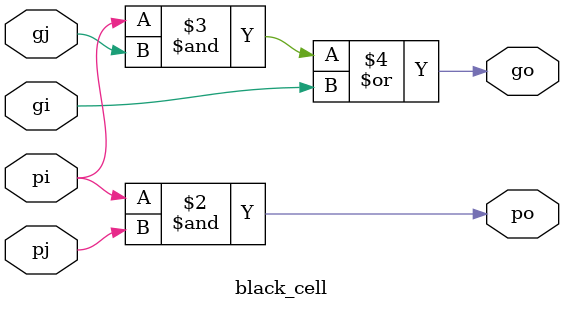
<source format=v>
`timescale 1ns / 1ps


module black_cell(pi, gi, pj, gj, po, go);
input pi, gi, pj, gj; 
output po, go; 

reg po; 
reg go; 

always @(*) begin
    po = pi & pj;
    go = (pi & gj) | gi; 
end
endmodule

</source>
